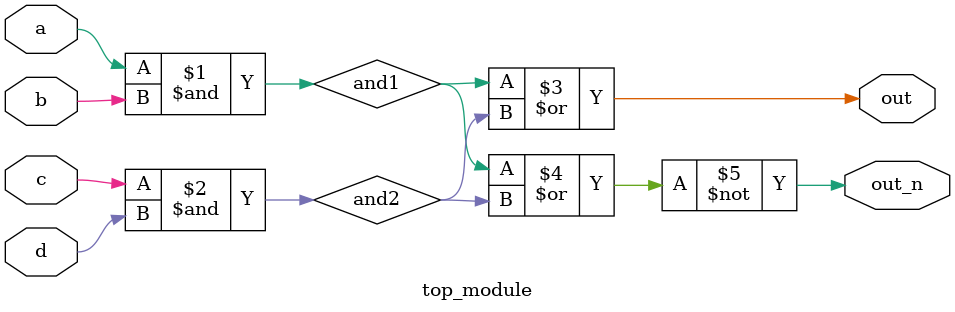
<source format=v>
module top_module(
    input a,
    input b,
    input c,
    input d,
    output out,
    output out_n   
); 

    wire and1,and2,out,out_n;

    assign and1 = a & b;
    assign and2 = c & d;
    assign out = and1 | and2;
    assign out_n = ~(and1 | and2);
endmodule

</source>
